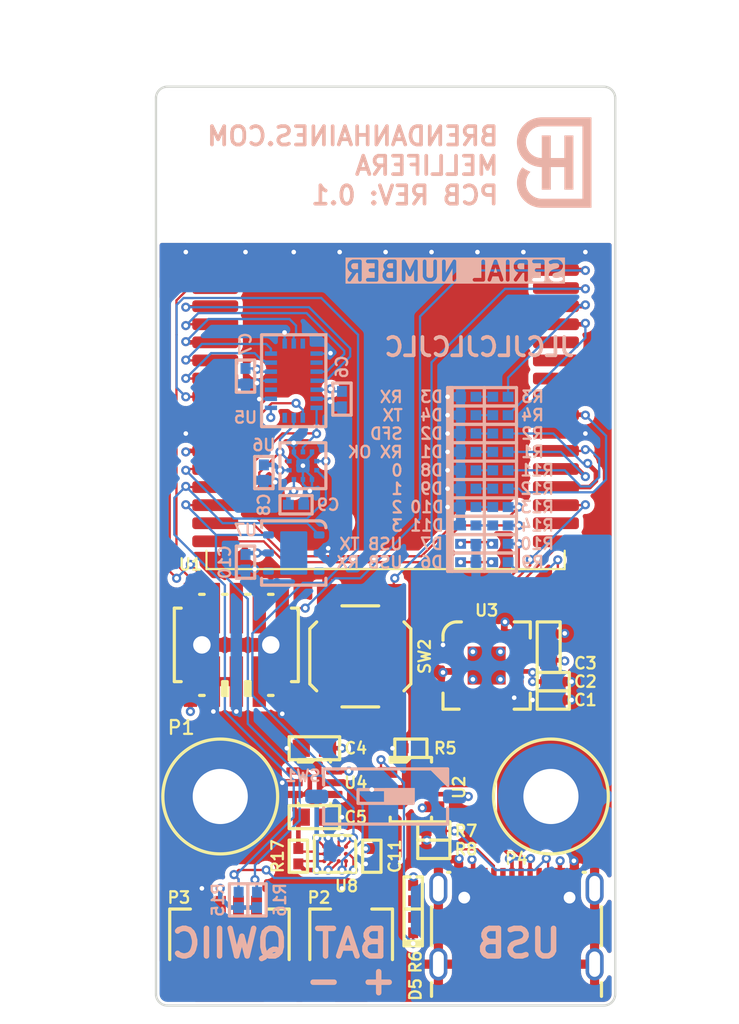
<source format=kicad_pcb>
(kicad_pcb (version 20221018) (generator pcbnew)

  (general
    (thickness 1.58)
  )

  (paper "USLetter")
  (title_block
    (title "${PROJECT_NAME}")
    (date "2022-09-27")
    (rev "${PCB_REVISION}")
    (company "Brendan Haines")
  )

  (layers
    (0 "F.Cu" signal)
    (1 "In1.Cu" signal)
    (2 "In2.Cu" signal)
    (31 "B.Cu" signal)
    (32 "B.Adhes" user "B.Adhesive")
    (33 "F.Adhes" user "F.Adhesive")
    (34 "B.Paste" user)
    (35 "F.Paste" user)
    (36 "B.SilkS" user "B.Silkscreen")
    (37 "F.SilkS" user "F.Silkscreen")
    (38 "B.Mask" user)
    (39 "F.Mask" user)
    (40 "Dwgs.User" user "User.Drawings")
    (41 "Cmts.User" user "User.Comments")
    (42 "Eco1.User" user "User.Eco1")
    (43 "Eco2.User" user "User.Eco2")
    (44 "Edge.Cuts" user)
    (45 "Margin" user)
    (46 "B.CrtYd" user "B.Courtyard")
    (47 "F.CrtYd" user "F.Courtyard")
    (48 "B.Fab" user)
    (49 "F.Fab" user)
    (50 "User.1" user)
    (51 "User.2" user)
    (52 "User.3" user)
    (53 "User.4" user)
    (54 "User.5" user)
    (55 "User.6" user)
    (56 "User.7" user)
    (57 "User.8" user)
    (58 "User.9" user)
  )

  (setup
    (stackup
      (layer "F.Cu" (type "copper") (thickness 0.035))
      (layer "dielectric 1" (type "core") (thickness 0.48) (material "FR4") (epsilon_r 4.5) (loss_tangent 0.02))
      (layer "In1.Cu" (type "copper") (thickness 0.035))
      (layer "dielectric 2" (type "prepreg") (thickness 0.48) (material "FR4") (epsilon_r 4.5) (loss_tangent 0.02))
      (layer "In2.Cu" (type "copper") (thickness 0.035))
      (layer "dielectric 3" (type "core") (thickness 0.48) (material "FR4") (epsilon_r 4.5) (loss_tangent 0.02))
      (layer "B.Cu" (type "copper") (thickness 0.035))
      (copper_finish "None")
      (dielectric_constraints no)
    )
    (pad_to_mask_clearance 0)
    (grid_origin 127 76.2)
    (pcbplotparams
      (layerselection 0x00010fc_ffffffff)
      (plot_on_all_layers_selection 0x0000000_00000000)
      (disableapertmacros false)
      (usegerberextensions false)
      (usegerberattributes true)
      (usegerberadvancedattributes true)
      (creategerberjobfile true)
      (dashed_line_dash_ratio 12.000000)
      (dashed_line_gap_ratio 3.000000)
      (svgprecision 4)
      (plotframeref false)
      (viasonmask false)
      (mode 1)
      (useauxorigin false)
      (hpglpennumber 1)
      (hpglpenspeed 20)
      (hpglpendiameter 15.000000)
      (dxfpolygonmode true)
      (dxfimperialunits true)
      (dxfusepcbnewfont true)
      (psnegative false)
      (psa4output false)
      (plotreference true)
      (plotvalue true)
      (plotinvisibletext false)
      (sketchpadsonfab false)
      (subtractmaskfromsilk false)
      (outputformat 1)
      (mirror false)
      (drillshape 1)
      (scaleselection 1)
      (outputdirectory "")
    )
  )

  (property "PCB_REVISION" "0.1")
  (property "PROJECT_NAME" "MELLIFERA")

  (net 0 "")
  (net 1 "Net-(D1-PadA)")
  (net 2 "GND")
  (net 3 "Net-(D2-PadA)")
  (net 4 "Net-(D3-PadA)")
  (net 5 "Net-(D4-PadA)")
  (net 6 "/SWDIO")
  (net 7 "/SWCLK")
  (net 8 "unconnected-(P1-SWO{slash}TDO)")
  (net 9 "unconnected-(P1-NC{slash}TDI)")
  (net 10 "/N_RESET")
  (net 11 "/RX_OK_LED")
  (net 12 "/SFD_LED")
  (net 13 "/RX_LED")
  (net 14 "/TX_LED")
  (net 15 "unconnected-(U1-VCCIO_TP)")
  (net 16 "unconnected-(U1-READY)")
  (net 17 "unconnected-(U1-SPIS_MISO)")
  (net 18 "unconnected-(U1-SPIS_MOSI)")
  (net 19 "unconnected-(U1-SPIS_CLK)")
  (net 20 "unconnected-(U1-SPIS_CSn)")
  (net 21 "Net-(D5-PadA)")
  (net 22 "Net-(U2-STAT)")
  (net 23 "Net-(U2-PROG)")
  (net 24 "/USB_VBUS")
  (net 25 "/VBAT")
  (net 26 "/RX")
  (net 27 "/TX")
  (net 28 "Net-(U3-CBUS1)")
  (net 29 "Net-(U3-CBUS2)")
  (net 30 "unconnected-(U3-~{CTS})")
  (net 31 "unconnected-(U3-CBUS0)")
  (net 32 "unconnected-(U3-CBUS3)")
  (net 33 "unconnected-(U3-~{RTS})")
  (net 34 "/SDA")
  (net 35 "/SCL")
  (net 36 "Net-(D8-PadA)")
  (net 37 "Net-(D9-PadA)")
  (net 38 "Net-(D10-PadA)")
  (net 39 "Net-(D11-PadA)")
  (net 40 "/LED0")
  (net 41 "/LED1")
  (net 42 "/LED2")
  (net 43 "/LED3")
  (net 44 "VDC_3V3")
  (net 45 "unconnected-(U4-NC)")
  (net 46 "/FTDI/VDC_3V3_USB")
  (net 47 "/FTDI/N_LED_RX")
  (net 48 "/FTDI/N_LED_TX")
  (net 49 "/N_BUTTON")
  (net 50 "/INT5")
  (net 51 "/INT4")
  (net 52 "/INT1")
  (net 53 "/INT3")
  (net 54 "/INT2")
  (net 55 "/INT_DRDY")
  (net 56 "/INT_BARO")
  (net 57 "/USB_D_P")
  (net 58 "/USB_D_N")
  (net 59 "unconnected-(U5-CSB2)")
  (net 60 "unconnected-(U5-NC)")
  (net 61 "unconnected-(U5-CSB1)")
  (net 62 "unconnected-(U5-NC)_1")
  (net 63 "Net-(P4-CC1)")
  (net 64 "unconnected-(P4-SBU1)")
  (net 65 "Net-(P4-CC2)")
  (net 66 "unconnected-(P4-SBU2)")
  (net 67 "unconnected-(U7-PAD)")
  (net 68 "unconnected-(U7-NC)_1")
  (net 69 "unconnected-(U7-NC)")
  (net 70 "unconnected-(U8-NC)_1")
  (net 71 "unconnected-(U8-NC)")
  (net 72 "Net-(U4-EN)")
  (net 73 "Net-(SW1-B)")
  (net 74 "/INT_POW")
  (net 75 "Net-(U8-IN-)")
  (net 76 "Net-(U8-IN+)")

  (footprint "common:C0603" (layer "F.Cu") (at 136.017 98.552 90))

  (footprint "common:TIE_5X5" (layer "F.Cu") (at 122.809 110.382 180))

  (footprint "common:R0402" (layer "F.Cu") (at 129.667 109.728 180))

  (footprint "common:MH120X230_#4" (layer "F.Cu") (at 117.856 106.807))

  (footprint "common:TIE_5X5" (layer "F.Cu") (at 122.809 109.855 180))

  (footprint "jst:SM02B-SRSS-TB" (layer "F.Cu") (at 125.095 117.856 90))

  (footprint "common:DWM1001C" (layer "F.Cu") (at 127 76.2))

  (footprint "common:BGA40P165X139X63-12-TI_YFF" (layer "F.Cu") (at 124.206 109.982 -90))

  (footprint "common:MC-311D" (layer "F.Cu") (at 134.239 116.078))

  (footprint "common:SOT-23-5" (layer "F.Cu") (at 128.397 106.426))

  (footprint "common:C0603" (layer "F.Cu") (at 123.063 107.95))

  (footprint "common:R0402" (layer "F.Cu") (at 128.397 104.14 180))

  (footprint "common:QFN65P400X400X80-16P_FT230XQ" (layer "F.Cu") (at 132.588 99.568))

  (footprint "common:C0402" (layer "F.Cu") (at 136.271 100.457))

  (footprint "common:C0603" (layer "F.Cu") (at 123.063 104.14 180))

  (footprint "common:R0402" (layer "F.Cu") (at 129.667 108.712 180))

  (footprint "common:MH120X230_#4" (layer "F.Cu") (at 136.144 106.807))

  (footprint "common:R0402" (layer "F.Cu") (at 128.524 112.141 -90))

  (footprint "common:R0402" (layer "F.Cu") (at 122.174 110.109 90))

  (footprint "common:C0402" (layer "F.Cu") (at 136.271 101.473))

  (footprint "common:C0402" (layer "F.Cu") (at 126.238 110.109 -90))

  (footprint "common:LED0402" (layer "F.Cu") (at 128.524 113.919 90))

  (footprint "common:SOT-353" (layer "F.Cu") (at 123.063 106.045))

  (footprint "jst:SM04B-SRSS-TB" (layer "F.Cu") (at 118.364 117.856 90))

  (footprint "common:PinHeader_2x05_P1.27mm_Vertical-Samtec_FTSH-105-01-F-DV-K-A" (layer "F.Cu") (at 118.745 98.425 90))

  (footprint "common:SPST_SKQG" (layer "F.Cu") (at 125.603 99.06 -90))

  (footprint "common:R0402" (layer "B.Cu") (at 133.35 87.757 180))

  (footprint "common:R0402" (layer "B.Cu") (at 133.35 85.725 180))

  (footprint "common:LED0402" (layer "B.Cu") (at 131.572 88.773))

  (footprint "common:LED0402" (layer "B.Cu") (at 131.572 86.741))

  (footprint "common:C0402" (layer "B.Cu") (at 124.587 84.836 -90))

  (footprint "common:LED0402" (layer "B.Cu") (at 131.572 91.821))

  (footprint "common:LGA20-BMX055" (layer "B.Cu") (at 121.92 83.82 180))

  (footprint "common:LED0402" (layer "B.Cu") (at 131.572 90.805))

  (footprint "common:LED0402" (layer "B.Cu") (at 131.572 89.789))

  (footprint "common:R0402" (layer "B.Cu") (at 133.35 88.773 180))

  (footprint "common:LED0402" (layer "B.Cu") (at 131.572 92.837))

  (footprint "common:R0402" (layer "B.Cu") (at 133.35 91.821 180))

  (footprint "common:LED0402" (layer "B.Cu") (at 131.572 87.757))

  (footprint "common:C0402" (layer "B.Cu") (at 120.269 88.9 -90))

  (footprint "common:R0402" (layer "B.Cu") (at 133.35 90.805 180))

  (footprint "common:R0402" (layer "B.Cu") (at 133.35 84.709 180))

  (footprint "common:TDA01H0SB1" (layer "B.Cu") (at 127 106.807 180))

  (footprint "common:R0402" (layer "B.Cu") (at 133.35 93.853 180))

  (footprint "common:LED0402" (layer "B.Cu") (at 131.572 84.709))

  (footprint "common:LED0402" (layer "B.Cu") (at 131.572 93.853))

  (footprint "common:R0402" (layer "B.Cu") (at 133.35 86.741 180))

  (footprint "common:C0402" (layer "B.Cu") (at 122.047 90.678))

  (footprint "common:LED0402" (layer "B.Cu") (at 131.572 85.725))

  (footprint "common:C0402" (layer "B.Cu") (at 119.253 93.853 -90))

  (footprint "common:LGA10-BMP388" (layer "B.Cu") (at 122.428 88.519))

  (footprint "common:R0402" (layer "B.Cu") (at 118.872 112.522 90))

  (footprint "common:R0402" (layer "B.Cu") (at 119.888 112.522 90))

  (footprint "common:HDC1080DMBR" (layer "B.Cu")
    (tstamp df8e5975-7741-4127-99f0-056647cf0b33)
    (at 121.92 93.345 180)
    (property "Manufacturer" "Texas Instruments")
    (property "ManufacturerPartNumber" "HDC1080DMBR")
    (property "Sheetfile" "mellifera.kicad_sch")
    (property "Sheetname" "")
    (property "ki_description" "Sensor, Temperature/Humidity, I2C")
    (path "/6fe5e11d-b660-4afa-b33f-a024e524c2c2")
    (attr smd)
    (fp_text reference "U7" (at 2.667 1.27) (layer "B.SilkS")
        (effects (font (size 0.635 0.635) (thickness 0.127)) (justify mirror))
      (tstamp fb663c65-b7a1-4d50-9d8b-13d47531b6bd)
    )
    (fp_text value "~" (at 0 -0.889) (layer "B.Fab") hide
        (effects (font (size 0.635 0.635) (thickness 0.127)) (justify mirror))
      (tstamp 5c43a8fc-bbe8-47c7-9be7-cf5261d48db5)
    )
    (fp_text user "${REFERENCE}" (at 0 0.762) (layer "B.Fab")
        (effects (font (size 0.635 0.635) (thickness 0.127)) (justify mirror))
      (tstamp 43404b56-ed23-437f-99a6-0f1b22910f6e)
    )
    (fp_line (start -1.778 -1.778) (end 1.778 -1.778)
      (stroke (width 0.1778) (type default)) (layer "B.SilkS") (tstamp 209febe3-b507-4990-817b-fe204eb72bed))
    (fp_line (start -1.778 -1.397) (end -1.778 -1.778)
      (stroke (width 0.1778) (type default)) (layer "B.SilkS") (tstamp 02edaa39-32de-4766-af90-ba07d6ca62ba))
    (fp_line (start 1.778 -1.778) (end 1.778 -1.397)
      (stroke (width 0.1778) (type default)) (layer "B.SilkS") (tstamp cf3441ce-ab2d-4ad4-a49e-195be60362d7))
    (fp_line (start 1.778 1.397) (end 1.778 1.778)
      (stroke (width 0.1778) (type default)) (layer "B.SilkS") (tstamp 9a34bf27-1bfb-42a3-9774-8859a9bc1fc2))
    (fp_line (start 1.778 1.778) (end -1.397 1.778)
      (stroke (width 0.1778) (type default)) (layer "B.SilkS") (tstamp eab56394-1204-47f6-9dd6-e4aa3ee5fa57))
    (fp_arc (start -1.397 1.778) (mid -1.666408 1.666408) (end -1.778 1.397)
      (stroke (width 0.1778) (type default)) (layer "B.SilkS") (tstamp 4f314e06-e788-4cbd-b7f8-a7d84607e2d1))
    (fp_rect (start -1.5 1.5) (end 1.5 -1.5)
      (stroke (width 0.127) (type default)) (fill none) (layer "B.Fab") (tstamp 4d44b026-c073-4689-95c0-e9051d9d13c9))
    (fp_rect (start -0.6 0.2) (end 0.6 -1.1)
      (stroke (width 0.127) (type default)) (fill none) (layer "B.Fab") (tstamp de521404-ea8c-4d76-95c4-8c47229a354d))
    (pad "0" smd roundrect (at 0 0 180) (size 1.5 2.4) (layers "B.Cu" "B.Paste" "B.Mask") (roundrect_rratio 0.05)
      (net 67 "unconnected-(U7-PAD)") (pinfunction "PAD") (pintype "no_connect") (thermal_br
... [885421 chars truncated]
</source>
